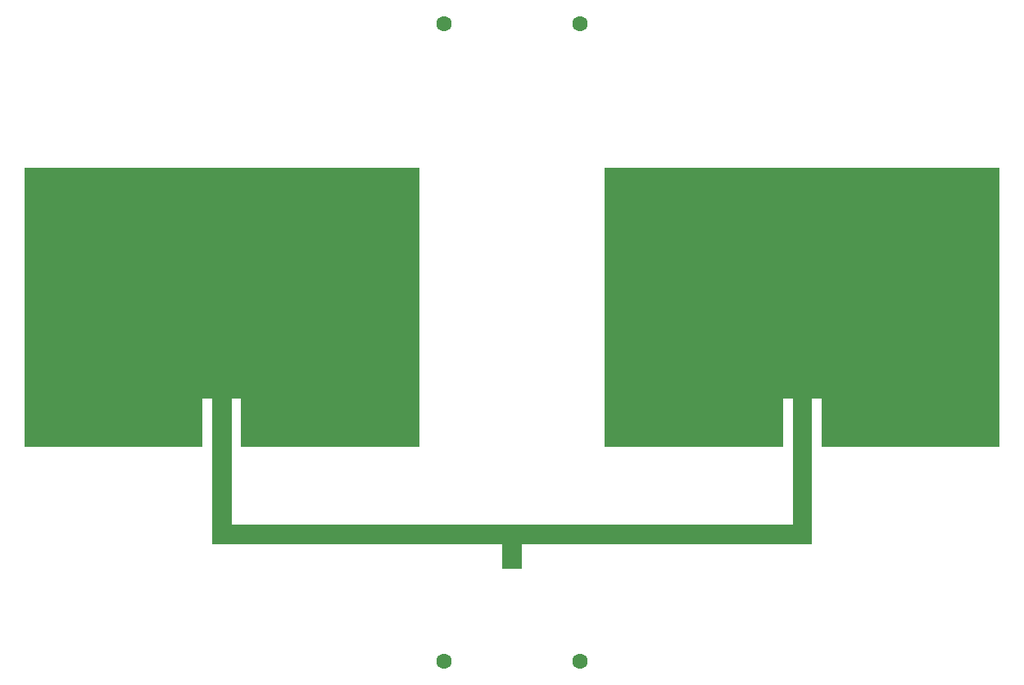
<source format=gbr>
%TF.GenerationSoftware,Altium Limited,Altium Designer,24.9.1 (31)*%
G04 Layer_Physical_Order=1*
G04 Layer_Color=255*
%FSLAX45Y45*%
%MOMM*%
%TF.SameCoordinates,ACB98261-C50F-458D-AFA4-16EFDEDAE645*%
%TF.FilePolarity,Positive*%
%TF.FileFunction,Copper,L1,Top,Signal*%
%TF.Part,Single*%
G01*
G75*
%TA.AperFunction,ViaPad*%
%ADD10C,1.50000*%
%ADD11C,1.60000*%
G36*
X16285777Y5702091D02*
X14445778D01*
Y6202091D01*
X14345778D01*
Y4702091D01*
X11345778D01*
Y4442091D01*
X11145778D01*
Y4702091D01*
X8145778D01*
Y6202091D01*
X8045778D01*
Y5702091D01*
X6205778D01*
Y8592091D01*
X10285778D01*
Y5702091D01*
X8445778D01*
Y6202091D01*
X8345778D01*
Y4902091D01*
X14145778D01*
Y6202091D01*
X14045778D01*
Y5702091D01*
X12205778D01*
Y8592091D01*
X16285777D01*
Y5702091D01*
D02*
G37*
D10*
X11245208Y4555400D02*
D03*
D11*
X10546000Y10080700D02*
D03*
X11946000D02*
D03*
Y3490700D02*
D03*
X10546000D02*
D03*
%TF.MD5,ac5fd51ec31edbb84a769b1581d896f6*%
M02*

</source>
